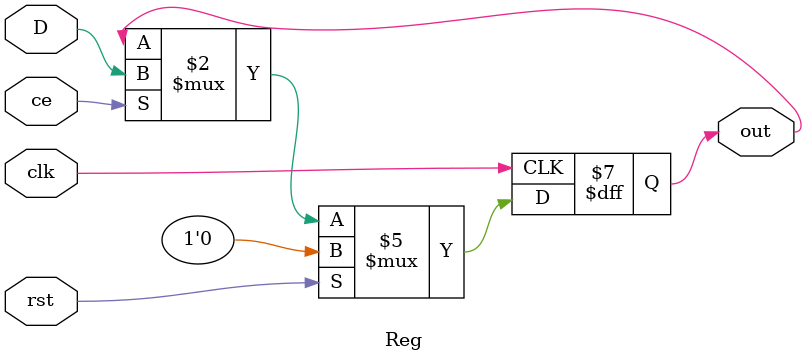
<source format=v>
module Reg (
    clk,D,out,rst,ce
);
parameter Width=1;
parameter RSTTYPE="SYNC";
input [Width-1:0] D;
input clk,rst,ce;
output reg [Width-1:0] out;
generate
if (RSTTYPE=="ASYNC") begin
    always @(posedge clk or posedge rst) begin
    if (rst) begin
        out<=0;
    end
 else if(ce) out<=D;
end
end
else 
always @(posedge clk) begin
    if (rst) begin
        out<=0;
    end
 else if(ce) out<=D;
end
endgenerate
endmodule 
</source>
